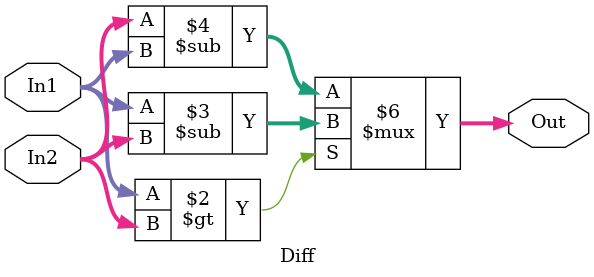
<source format=v>
module Diff(     
	input wire 	[7:0]	In1,
	input wire 	[7:0]	In2,
	output wire	[7:0]	Out
);
	always @(*) 
		if (In1 > In2 )
			Out = In1 - In2;
		else
			Out = In2 - In1;
endmodule

</source>
